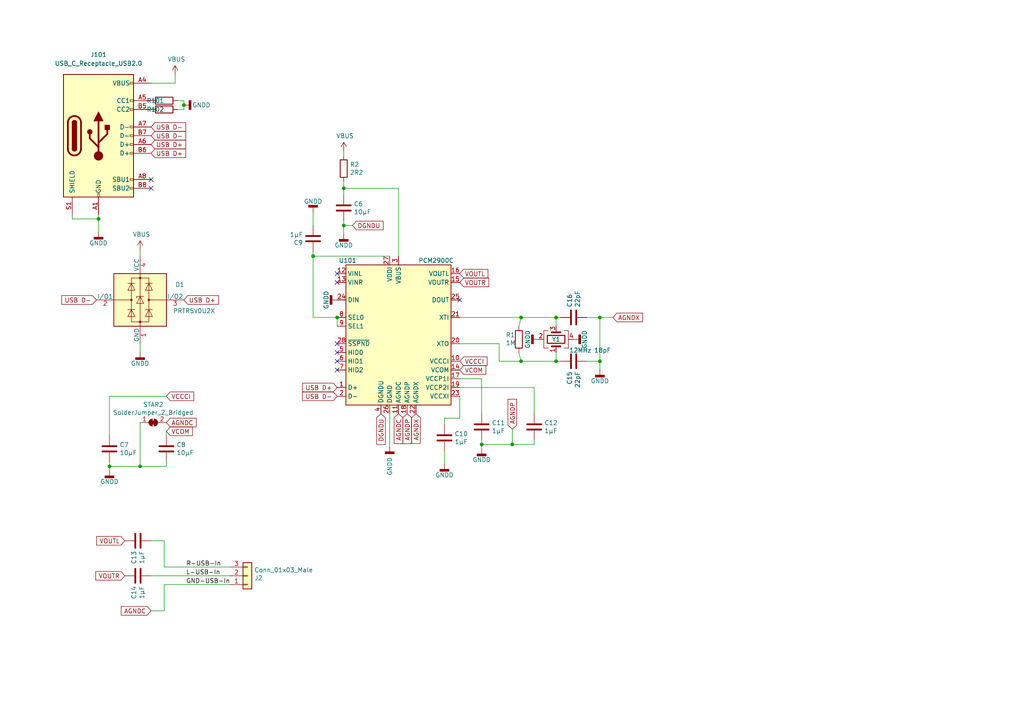
<source format=kicad_sch>
(kicad_sch (version 20211123) (generator eeschema)
  (paper "A4")
  (lib_symbols
    (symbol "Audio:PCM2902"
      (property "Reference" "U" (at -14.732 21.59 0))
      (property "Value" "PCM2902" (at 10.922 21.59 0))
      (symbol "PCM2902_0_1"
        (rectangle (start -15.24 20.32) (end 15.24 -20.32) (stroke (width 0.254)) (fill (type background)))
      )
      (symbol "PCM2902_1_1"
        (pin bidirectional line (at -17.78 -15.24 0) (length 2.54) (name "D+") (number "1"))
        (pin passive line (at 17.78 -7.62 180) (length 2.54) (name "VCCCI") (number "10"))
        (pin power_in line (at 0 -22.86 90) (length 2.54) (name "AGNDC") (number "11"))
        (pin input line (at -17.78 17.78 0) (length 2.54) (name "VINL") (number "12"))
        (pin input line (at -17.78 15.24 0) (length 2.54) (name "VINR") (number "13"))
        (pin passive line (at 17.78 -10.16 180) (length 2.54) (name "VCOM") (number "14"))
        (pin output line (at 17.78 15.24 180) (length 2.54) (name "VOUTR") (number "15"))
        (pin output line (at 17.78 17.78 180) (length 2.54) (name "VOUTL") (number "16"))
        (pin passive line (at 17.78 -12.7 180) (length 2.54) (name "VCCP1I") (number "17"))
        (pin power_in line (at 2.54 -22.86 90) (length 2.54) (name "AGNDP") (number "18"))
        (pin passive line (at 17.78 -15.24 180) (length 2.54) (name "VCCP2I") (number "19"))
        (pin bidirectional line (at -17.78 -17.78 0) (length 2.54) (name "D-") (number "2"))
        (pin output line (at 17.78 -2.54 180) (length 2.54) (name "XTO") (number "20"))
        (pin input line (at 17.78 5.08 180) (length 2.54) (name "XTI") (number "21"))
        (pin power_in line (at 5.08 -22.86 90) (length 2.54) (name "AGNDX") (number "22"))
        (pin passive line (at 17.78 -17.78 180) (length 2.54) (name "VCCXI") (number "23"))
        (pin input line (at -17.78 10.16 0) (length 2.54) (name "DIN") (number "24"))
        (pin output line (at 17.78 10.16 180) (length 2.54) (name "DOUT") (number "25"))
        (pin power_in line (at -2.54 -22.86 90) (length 2.54) (name "DGND") (number "26"))
        (pin power_out line (at -2.54 22.86 270) (length 2.54) (name "VDDI") (number "27"))
        (pin output line (at -17.78 -2.54 0) (length 2.54) (name "~{SSPND}") (number "28"))
        (pin power_in line (at 0 22.86 270) (length 2.54) (name "VBUS") (number "3"))
        (pin power_in line (at -5.08 -22.86 90) (length 2.54) (name "DGNDU") (number "4"))
        (pin input line (at -17.78 -5.08 0) (length 2.54) (name "HID0") (number "5"))
        (pin input line (at -17.78 -7.62 0) (length 2.54) (name "HID1") (number "6"))
        (pin input line (at -17.78 -10.16 0) (length 2.54) (name "HID2") (number "7"))
        (pin input line (at -17.78 5.08 0) (length 2.54) (name "SEL0") (number "8"))
        (pin input line (at -17.78 2.54 0) (length 2.54) (name "SEL1") (number "9"))
      )
    )
    (symbol "Connector:USB_C_Receptacle_USB2.0" (pin_names (offset 1.016))
      (property "Reference" "J" (at -10.16 19.05 0))
      (property "Value" "USB_C_Receptacle_USB2.0" (at 19.05 19.05 0))
      (symbol "USB_C_Receptacle_USB2.0_0_0"
        (rectangle (start -0.254 -17.78) (end 0.254 -16.764))
        (rectangle (start 10.16 -14.986) (end 9.144 -15.494))
        (rectangle (start 10.16 -12.446) (end 9.144 -12.954))
        (rectangle (start 10.16 -4.826) (end 9.144 -5.334))
        (rectangle (start 10.16 -2.286) (end 9.144 -2.794))
        (rectangle (start 10.16 0.254) (end 9.144 -0.254))
        (rectangle (start 10.16 2.794) (end 9.144 2.286))
        (rectangle (start 10.16 7.874) (end 9.144 7.366))
        (rectangle (start 10.16 10.414) (end 9.144 9.906))
        (rectangle (start 10.16 15.494) (end 9.144 14.986))
      )
      (symbol "USB_C_Receptacle_USB2.0_0_1"
        (rectangle (start -10.16 17.78) (end 10.16 -17.78) (stroke (width 0.254)) (fill (type background)))
        (arc (start -8.89 -3.81) (mid -6.985 -5.715) (end -5.08 -3.81) (stroke (width 0.508)))
        (arc (start -7.62 -3.81) (mid -6.985 -4.445) (end -6.35 -3.81) (stroke (width 0.254)))
        (arc (start -7.62 -3.81) (mid -6.985 -4.445) (end -6.35 -3.81) (stroke (width 0.254)) (fill (type outline)))
        (rectangle (start -7.62 -3.81) (end -6.35 3.81) (stroke (width 0.254)) (fill (type outline)))
        (arc (start -6.35 3.81) (mid -6.985 4.445) (end -7.62 3.81) (stroke (width 0.254)))
        (arc (start -6.35 3.81) (mid -6.985 4.445) (end -7.62 3.81) (stroke (width 0.254)) (fill (type outline)))
        (arc (start -5.08 3.81) (mid -6.985 5.715) (end -8.89 3.81) (stroke (width 0.508)))
        (circle (center -2.54 1.143) (radius 0.635) (stroke (width 0.254)) (fill (type outline)))
        (circle (center 0 -5.842) (radius 1.27) (fill (type outline)))
        (polyline (pts (xy -8.89 -3.81) (xy -8.89 3.81)) (stroke (width 0.508)))
        (polyline (pts (xy -5.08 3.81) (xy -5.08 -3.81)) (stroke (width 0.508)))
        (polyline (pts (xy 0 -5.842) (xy 0 4.318)) (stroke (width 0.508)))
        (polyline (pts (xy 0 -3.302) (xy -2.54 -0.762) (xy -2.54 0.508)) (stroke (width 0.508)))
        (polyline (pts (xy 0 -2.032) (xy 2.54 0.508) (xy 2.54 1.778)) (stroke (width 0.508)))
        (polyline (pts (xy -1.27 4.318) (xy 0 6.858) (xy 1.27 4.318) (xy -1.27 4.318)) (stroke (width 0.254)) (fill (type outline)))
        (rectangle (start 1.905 1.778) (end 3.175 3.048) (stroke (width 0.254)) (fill (type outline)))
      )
      (symbol "USB_C_Receptacle_USB2.0_1_1"
        (pin passive line (at 0 -22.86 90) (length 5.08) (name "GND") (number "A1"))
        (pin passive line (at 0 -22.86 90) (length 5.08) hide (name "GND") (number "A12"))
        (pin passive line (at 15.24 15.24 180) (length 5.08) (name "VBUS") (number "A4"))
        (pin bidirectional line (at 15.24 10.16 180) (length 5.08) (name "CC1") (number "A5"))
        (pin bidirectional line (at 15.24 -2.54 180) (length 5.08) (name "D+") (number "A6"))
        (pin bidirectional line (at 15.24 2.54 180) (length 5.08) (name "D-") (number "A7"))
        (pin bidirectional line (at 15.24 -12.7 180) (length 5.08) (name "SBU1") (number "A8"))
        (pin passive line (at 15.24 15.24 180) (length 5.08) hide (name "VBUS") (number "A9"))
        (pin passive line (at 0 -22.86 90) (length 5.08) hide (name "GND") (number "B1"))
        (pin passive line (at 0 -22.86 90) (length 5.08) hide (name "GND") (number "B12"))
        (pin passive line (at 15.24 15.24 180) (length 5.08) hide (name "VBUS") (number "B4"))
        (pin bidirectional line (at 15.24 7.62 180) (length 5.08) (name "CC2") (number "B5"))
        (pin bidirectional line (at 15.24 -5.08 180) (length 5.08) (name "D+") (number "B6"))
        (pin bidirectional line (at 15.24 0 180) (length 5.08) (name "D-") (number "B7"))
        (pin bidirectional line (at 15.24 -15.24 180) (length 5.08) (name "SBU2") (number "B8"))
        (pin passive line (at 15.24 15.24 180) (length 5.08) hide (name "VBUS") (number "B9"))
        (pin passive line (at -7.62 -22.86 90) (length 5.08) (name "SHIELD") (number "S1"))
      )
    )
    (symbol "Connector_Generic:Conn_01x03" (pin_names (offset 1.016) hide)
      (property "Reference" "J" (at 0 5.08 0))
      (property "Value" "Conn_01x03" (at 0 -5.08 0))
      (symbol "Conn_01x03_1_1"
        (rectangle (start -1.27 -2.413) (end 0 -2.667) (stroke (width 0.1524)))
        (rectangle (start -1.27 0.127) (end 0 -0.127) (stroke (width 0.1524)))
        (rectangle (start -1.27 2.667) (end 0 2.413) (stroke (width 0.1524)))
        (rectangle (start -1.27 3.81) (end 1.27 -3.81) (stroke (width 0.254)) (fill (type background)))
        (pin passive line (at -5.08 2.54 0) (length 3.81) (name "Pin_1") (number "1"))
        (pin passive line (at -5.08 0 0) (length 3.81) (name "Pin_2") (number "2"))
        (pin passive line (at -5.08 -2.54 0) (length 3.81) (name "Pin_3") (number "3"))
      )
    )
    (symbol "Device:C" (pin_numbers hide) (pin_names (offset 0.254))
      (property "Reference" "C" (at 0.635 2.54 0))
      (property "Value" "C" (at 0.635 -2.54 0))
      (symbol "C_0_1"
        (polyline (pts (xy -2.032 -0.762) (xy 2.032 -0.762)) (stroke (width 0.508)))
        (polyline (pts (xy -2.032 0.762) (xy 2.032 0.762)) (stroke (width 0.508)))
      )
      (symbol "C_1_1"
        (pin passive line (at 0 3.81 270) (length 2.794) (name "~") (number "1"))
        (pin passive line (at 0 -3.81 90) (length 2.794) (name "~") (number "2"))
      )
    )
    (symbol "Device:Crystal_GND24" (pin_names (offset 1.016) hide)
      (property "Reference" "Y" (at 3.175 5.08 0))
      (property "Value" "Crystal_GND24" (at 3.175 3.175 0))
      (symbol "Crystal_GND24_0_1"
        (rectangle (start -1.143 2.54) (end 1.143 -2.54) (stroke (width 0.3048)))
        (polyline (pts (xy -2.54 0) (xy -2.032 0)))
        (polyline (pts (xy -2.032 -1.27) (xy -2.032 1.27)) (stroke (width 0.508)))
        (polyline (pts (xy 0 -3.81) (xy 0 -3.556)))
        (polyline (pts (xy 0 3.556) (xy 0 3.81)))
        (polyline (pts (xy 2.032 -1.27) (xy 2.032 1.27)) (stroke (width 0.508)))
        (polyline (pts (xy 2.032 0) (xy 2.54 0)))
        (polyline (pts (xy -2.54 -2.286) (xy -2.54 -3.556) (xy 2.54 -3.556) (xy 2.54 -2.286)))
        (polyline (pts (xy -2.54 2.286) (xy -2.54 3.556) (xy 2.54 3.556) (xy 2.54 2.286)))
      )
      (symbol "Crystal_GND24_1_1"
        (pin passive line (at -3.81 0 0) (length 1.27) (name "1") (number "1"))
        (pin passive line (at 0 5.08 270) (length 1.27) (name "2") (number "2"))
        (pin passive line (at 3.81 0 180) (length 1.27) (name "3") (number "3"))
        (pin passive line (at 0 -5.08 90) (length 1.27) (name "4") (number "4"))
      )
    )
    (symbol "Device:R" (pin_numbers hide) (pin_names (offset 0))
      (property "Reference" "R" (at 2.032 0 90))
      (property "Value" "R" (at 0 0 90))
      (symbol "R_0_1"
        (rectangle (start -1.016 -2.54) (end 1.016 2.54) (stroke (width 0.254)))
      )
      (symbol "R_1_1"
        (pin passive line (at 0 3.81 270) (length 1.27) (name "~") (number "1"))
        (pin passive line (at 0 -3.81 90) (length 1.27) (name "~") (number "2"))
      )
    )
    (symbol "Jumper:SolderJumper_2_Bridged" (pin_names (offset 0) hide)
      (property "Reference" "JP" (at 0 2.032 0))
      (property "Value" "SolderJumper_2_Bridged" (at 0 -2.54 0))
      (symbol "SolderJumper_2_Bridged_0_1"
        (rectangle (start -0.508 0.508) (end 0.508 -0.508) (fill (type outline)))
        (arc (start -0.254 1.016) (mid -1.27 0) (end -0.254 -1.016))
        (arc (start -0.254 1.016) (mid -1.27 0) (end -0.254 -1.016) (fill (type outline)))
        (polyline (pts (xy -0.254 1.016) (xy -0.254 -1.016)))
        (polyline (pts (xy 0.254 1.016) (xy 0.254 -1.016)))
        (arc (start 0.254 -1.016) (mid 1.27 0) (end 0.254 1.016))
        (arc (start 0.254 -1.016) (mid 1.27 0) (end 0.254 1.016) (fill (type outline)))
      )
      (symbol "SolderJumper_2_Bridged_1_1"
        (pin passive line (at -3.81 0 0) (length 2.54) (name "A") (number "1"))
        (pin passive line (at 3.81 0 180) (length 2.54) (name "B") (number "2"))
      )
    )
    (symbol "Power_Protection:PRTR5V0U2X" (pin_names (offset 0))
      (property "Reference" "D" (at 2.794 8.636 0))
      (property "Value" "PRTR5V0U2X" (at 8.128 -9.398 0))
      (symbol "PRTR5V0U2X_0_1"
        (rectangle (start -7.62 -7.62) (end 7.62 7.62) (stroke (width 0.254)) (fill (type background)))
        (circle (center -2.54 0) (radius 0.254) (fill (type outline)))
        (rectangle (start -2.54 6.35) (end 2.54 -6.35))
        (circle (center 0 -6.35) (radius 0.254) (fill (type outline)))
        (polyline (pts (xy -2.54 0) (xy -7.62 0)))
        (polyline (pts (xy -1.524 -2.794) (xy -3.556 -2.794)))
        (polyline (pts (xy -1.524 4.826) (xy -3.556 4.826)))
        (polyline (pts (xy 0 -7.62) (xy 0 7.62)))
        (polyline (pts (xy 1.524 -2.794) (xy 3.556 -2.794)))
        (polyline (pts (xy 1.524 4.826) (xy 3.556 4.826)))
        (polyline (pts (xy 2.54 0) (xy 7.62 0)))
        (polyline (pts (xy 1.016 1.016) (xy -1.016 1.016) (xy -1.016 0.508)))
        (polyline (pts (xy -3.556 -4.826) (xy -1.524 -4.826) (xy -2.54 -2.794) (xy -3.556 -4.826)))
        (polyline (pts (xy -3.556 2.794) (xy -1.524 2.794) (xy -2.54 4.826) (xy -3.556 2.794)))
        (polyline (pts (xy -1.016 -1.016) (xy 1.016 -1.016) (xy 0 1.016) (xy -1.016 -1.016)))
        (polyline (pts (xy 3.556 -4.826) (xy 1.524 -4.826) (xy 2.54 -2.794) (xy 3.556 -4.826)))
        (polyline (pts (xy 3.556 2.794) (xy 1.524 2.794) (xy 2.54 4.826) (xy 3.556 2.794)))
        (circle (center 0 6.35) (radius 0.254) (fill (type outline)))
        (circle (center 2.54 0) (radius 0.254) (fill (type outline)))
      )
      (symbol "PRTR5V0U2X_1_1"
        (pin passive line (at 0 -12.7 90) (length 5.08) (name "GND") (number "1"))
        (pin passive line (at -12.7 0 0) (length 5.08) (name "I/O1") (number "2"))
        (pin passive line (at 12.7 0 180) (length 5.08) (name "I/O2") (number "3"))
        (pin passive line (at 0 12.7 270) (length 5.08) (name "VCC") (number "4"))
      )
    )
    (symbol "power:GNDD" (power) (pin_names (offset 0))
      (property "Value" "GNDD" (at 0 -3.175 0))
      (symbol "GNDD_0_1"
        (rectangle (start -1.27 -1.524) (end 1.27 -2.032) (stroke (width 0.254)) (fill (type outline)))
        (polyline (pts (xy 0 0) (xy 0 -1.524)))
      )
      (symbol "GNDD_1_1"
        (pin power_in line (at 0 0 270) (length 0) hide (name "GNDD") (number "1"))
      )
    )
    (symbol "power:VBUS" (power) (pin_names (offset 0))
      (property "Value" "VBUS" (at 0 3.81 0))
      (symbol "VBUS_0_1"
        (polyline (pts (xy -0.762 1.27) (xy 0 2.54)))
        (polyline (pts (xy 0 0) (xy 0 2.54)))
        (polyline (pts (xy 0 2.54) (xy 0.762 1.27)))
      )
      (symbol "VBUS_1_1"
        (pin power_in line (at 0 0 90) (length 0) hide (name "VBUS") (number "1"))
      )
    )
  )
  (junction (at 173.99 104.775))
  (junction (at 28.575 63.5))
  (junction (at 151.13 92.075))
  (junction (at 161.29 104.775))
  (junction (at 99.695 54.61))
  (junction (at 173.99 92.075))
  (junction (at 139.7 128.905))
  (junction (at 31.75 135.255))
  (junction (at 99.695 65.405))
  (junction (at 161.29 92.075))
  (junction (at 151.13 104.775))
  (junction (at 97.79 92.075))
  (junction (at 40.64 135.255))
  (junction (at 148.59 128.905))
  (junction (at 53.34 30.48))
  (junction (at 90.805 74.295))
  (no_connect (at 97.79 102.235))
  (no_connect (at 97.79 104.775))
  (no_connect (at 97.79 107.315))
  (no_connect (at 133.35 86.995))
  (no_connect (at 43.815 52.07))
  (no_connect (at 43.815 54.61))
  (no_connect (at 97.79 81.915))
  (no_connect (at 97.79 79.375))
  (no_connect (at 97.79 99.695))
  (wire (pts (xy 90.805 65.405) (xy 90.805 61.595)))
  (wire (pts (xy 28.575 62.23) (xy 28.575 63.5)))
  (wire (pts (xy 51.435 31.75) (xy 53.34 31.75)))
  (wire (pts (xy 113.03 129.54) (xy 113.03 120.015)))
  (wire (pts (xy 40.64 72.39) (xy 40.64 74.295)))
  (wire (pts (xy 31.75 135.255) (xy 40.64 135.255)))
  (wire (pts (xy 48.26 135.255) (xy 48.26 133.985)))
  (wire (pts (xy 40.64 99.695) (xy 40.64 102.235)))
  (wire (pts (xy 31.75 114.935) (xy 48.26 114.935)))
  (wire (pts (xy 139.7 127.635) (xy 139.7 128.905)))
  (wire (pts (xy 99.695 43.815) (xy 99.695 45.085)))
  (wire (pts (xy 150.495 102.235) (xy 151.13 104.775)))
  (wire (pts (xy 20.955 63.5) (xy 20.955 62.23)))
  (wire (pts (xy 144.78 104.775) (xy 151.13 104.775)))
  (wire (pts (xy 139.7 128.905) (xy 148.59 128.905)))
  (wire (pts (xy 173.99 104.775) (xy 173.99 107.315)))
  (wire (pts (xy 40.64 135.255) (xy 48.26 135.255)))
  (wire (pts (xy 40.64 122.555) (xy 40.64 135.255)))
  (wire (pts (xy 161.29 92.075) (xy 162.56 92.075)))
  (wire (pts (xy 53.34 29.21) (xy 51.435 29.21)))
  (wire (pts (xy 43.815 177.165) (xy 47.625 177.165)))
  (wire (pts (xy 31.75 135.255) (xy 31.75 136.525)))
  (wire (pts (xy 99.695 54.61) (xy 99.695 56.515)))
  (wire (pts (xy 154.94 127.635) (xy 154.94 128.905)))
  (wire (pts (xy 48.26 125.095) (xy 48.26 126.365)))
  (wire (pts (xy 28.575 63.5) (xy 28.575 67.31)))
  (wire (pts (xy 150.495 94.615) (xy 151.13 92.075)))
  (wire (pts (xy 31.75 126.365) (xy 31.75 114.935)))
  (wire (pts (xy 148.59 128.905) (xy 154.94 128.905)))
  (wire (pts (xy 128.905 123.19) (xy 128.905 121.285)))
  (wire (pts (xy 139.7 109.855) (xy 133.35 109.855)))
  (wire (pts (xy 133.35 92.075) (xy 151.13 92.075)))
  (wire (pts (xy 115.57 54.61) (xy 115.57 74.295)))
  (wire (pts (xy 133.35 99.695) (xy 144.78 99.695)))
  (wire (pts (xy 43.815 156.845) (xy 47.625 156.845)))
  (wire (pts (xy 53.34 30.48) (xy 53.34 29.21)))
  (wire (pts (xy 128.905 130.81) (xy 128.905 134.62)))
  (wire (pts (xy 99.695 65.405) (xy 102.235 65.405)))
  (wire (pts (xy 53.34 31.75) (xy 53.34 30.48)))
  (wire (pts (xy 47.625 169.545) (xy 47.625 177.165)))
  (wire (pts (xy 43.815 167.005) (xy 66.675 167.005)))
  (wire (pts (xy 47.625 164.465) (xy 66.675 164.465)))
  (wire (pts (xy 97.79 94.615) (xy 97.79 92.075)))
  (wire (pts (xy 161.29 104.775) (xy 162.56 104.775)))
  (wire (pts (xy 99.695 54.61) (xy 115.57 54.61)))
  (wire (pts (xy 128.905 121.285) (xy 133.35 121.285)))
  (wire (pts (xy 47.625 169.545) (xy 66.675 169.545)))
  (wire (pts (xy 161.29 104.775) (xy 161.29 102.235)))
  (wire (pts (xy 99.695 64.135) (xy 99.695 65.405)))
  (wire (pts (xy 90.805 74.295) (xy 113.03 74.295)))
  (wire (pts (xy 28.575 63.5) (xy 20.955 63.5)))
  (wire (pts (xy 90.805 92.075) (xy 90.805 74.295)))
  (wire (pts (xy 148.59 124.46) (xy 148.59 128.905)))
  (wire (pts (xy 133.35 112.395) (xy 154.94 112.395)))
  (wire (pts (xy 43.815 24.13) (xy 50.8 24.13)))
  (wire (pts (xy 50.8 24.13) (xy 50.8 21.59)))
  (wire (pts (xy 139.7 109.855) (xy 139.7 120.015)))
  (wire (pts (xy 90.805 74.295) (xy 90.805 73.025)))
  (wire (pts (xy 151.13 92.075) (xy 161.29 92.075)))
  (wire (pts (xy 144.78 99.695) (xy 144.78 104.775)))
  (wire (pts (xy 170.18 104.775) (xy 173.99 104.775)))
  (wire (pts (xy 133.35 121.285) (xy 133.35 114.935)))
  (wire (pts (xy 170.18 92.075) (xy 173.99 92.075)))
  (wire (pts (xy 173.99 92.075) (xy 177.8 92.075)))
  (wire (pts (xy 31.75 133.985) (xy 31.75 135.255)))
  (wire (pts (xy 99.695 65.405) (xy 99.695 67.945)))
  (wire (pts (xy 90.805 92.075) (xy 97.79 92.075)))
  (wire (pts (xy 154.94 112.395) (xy 154.94 120.015)))
  (wire (pts (xy 151.13 104.775) (xy 161.29 104.775)))
  (wire (pts (xy 139.7 128.905) (xy 139.7 130.175)))
  (wire (pts (xy 161.29 92.075) (xy 161.29 94.615)))
  (wire (pts (xy 173.99 92.075) (xy 173.99 104.775)))
  (wire (pts (xy 47.625 156.845) (xy 47.625 164.465)))
  (wire (pts (xy 99.695 52.705) (xy 99.695 54.61)))
  (label "GND-USB-In" (at 53.975 169.545 0))
  (label "L-USB-In" (at 53.975 167.005 0))
  (label "R-USB-In" (at 53.975 164.465 0))
  (global_label "USB D+" (shape input) (at 53.34 86.995 0) (property "Intersheet References" "${INTERSHEET_REFS}" (effects hide)))
  (global_label "USB D-" (shape input) (at 43.815 36.83 0) (property "Intersheet References" "${INTERSHEET_REFS}" (effects hide)))
  (global_label "AGNDC" (shape input) (at 48.26 122.555 0) (property "Intersheet References" "${INTERSHEET_REFS}" (effects hide)))
  (global_label "VCCCI" (shape input) (at 133.35 104.775 0) (property "Intersheet References" "${INTERSHEET_REFS}" (effects hide)))
  (global_label "USB D-" (shape input) (at 97.79 114.935 180) (property "Intersheet References" "${INTERSHEET_REFS}" (effects hide)))
  (global_label "DGNDU" (shape input) (at 102.235 65.405 0) (property "Intersheet References" "${INTERSHEET_REFS}" (effects hide)))
  (global_label "VOUTL" (shape input) (at 133.35 79.375 0) (property "Intersheet References" "${INTERSHEET_REFS}" (effects hide)))
  (global_label "AGNDC" (shape input) (at 43.815 177.165 180) (property "Intersheet References" "${INTERSHEET_REFS}" (effects hide)))
  (global_label "AGNDP" (shape input) (at 118.11 120.015 270) (property "Intersheet References" "${INTERSHEET_REFS}" (effects hide)))
  (global_label "USB D-" (shape input) (at 27.94 86.995 180) (property "Intersheet References" "${INTERSHEET_REFS}" (effects hide)))
  (global_label "VCOM" (shape input) (at 133.35 107.315 0) (property "Intersheet References" "${INTERSHEET_REFS}" (effects hide)))
  (global_label "VOUTL" (shape input) (at 36.195 156.845 180) (property "Intersheet References" "${INTERSHEET_REFS}" (effects hide)))
  (global_label "AGNDC" (shape input) (at 115.57 120.015 270) (property "Intersheet References" "${INTERSHEET_REFS}" (effects hide)))
  (global_label "VCCCI" (shape input) (at 48.26 114.935 0) (property "Intersheet References" "${INTERSHEET_REFS}" (effects hide)))
  (global_label "VOUTR" (shape input) (at 133.35 81.915 0) (property "Intersheet References" "${INTERSHEET_REFS}" (effects hide)))
  (global_label "AGNDX" (shape input) (at 120.65 120.015 270) (property "Intersheet References" "${INTERSHEET_REFS}" (effects hide)))
  (global_label "USB D-" (shape input) (at 43.815 39.37 0) (property "Intersheet References" "${INTERSHEET_REFS}" (effects hide)))
  (global_label "AGNDP" (shape input) (at 148.59 124.46 90) (property "Intersheet References" "${INTERSHEET_REFS}" (effects hide)))
  (global_label "VCOM" (shape input) (at 48.26 125.095 0) (property "Intersheet References" "${INTERSHEET_REFS}" (effects hide)))
  (global_label "USB D+" (shape input) (at 43.815 41.91 0) (property "Intersheet References" "${INTERSHEET_REFS}" (effects hide)))
  (global_label "DGNDU" (shape input) (at 110.49 120.015 270) (property "Intersheet References" "${INTERSHEET_REFS}" (effects hide)))
  (global_label "USB D+" (shape input) (at 43.815 44.45 0) (property "Intersheet References" "${INTERSHEET_REFS}" (effects hide)))
  (global_label "USB D+" (shape input) (at 97.79 112.395 180) (property "Intersheet References" "${INTERSHEET_REFS}" (effects hide)))
  (global_label "VOUTR" (shape input) (at 36.195 167.005 180) (property "Intersheet References" "${INTERSHEET_REFS}" (effects hide)))
  (global_label "AGNDX" (shape input) (at 177.8 92.075 0) (property "Intersheet References" "${INTERSHEET_REFS}" (effects hide)))
  (symbol (lib_id "Power_Protection:PRTR5V0U2X") (at 40.64 86.995 0) (unit 1)
    (property "Reference" "D1" (at 50.8 82.55 0) (effects (justify left)))
    (property "Value" "PRTR5V0U2X" (at 50.165 90.17 0) (effects (justify left)))
    (property "Footprint" "Package_TO_SOT_SMD:SOT-143" (effects hide))
    (property "Datasheet" "https://assets.nexperia.com/documents/data-sheet/PRTR5V0U2X.pdf" (effects hide))
  )
  (symbol (lib_id "power:GNDD") (at 28.575 67.31 0) (unit 1)
    (property "Reference" "#PWR0107" (effects hide))
    (property "Value" "GNDD" (at 28.575 70.485 0))
  )
  (symbol (lib_id "power:GNDD") (at 40.64 102.235 0) (unit 1)
    (property "Reference" "#PWR0105" (effects hide))
    (property "Value" "GNDD" (at 40.64 105.41 0))
  )
  (symbol (lib_id "power:VBUS") (at 40.64 72.39 0) (unit 1)
    (property "Reference" "#PWR0123" (effects hide))
    (property "Value" "VBUS" (at 41.021 67.9958 0))
  )
  (symbol (lib_id "Audio:PCM2902") (at 115.57 97.155 0) (unit 1)
    (property "Reference" "U101" (at 100.838 75.565 0))
    (property "Value" "PCM2900C" (at 126.492 75.565 0))
    (property "Footprint" "Package_SO:SSOP-28_5.3x10.2mm_P0.65mm" (effects hide))
    (property "Datasheet" "http://www.ti.com/lit/ds/symlink/pcm2902c.pdf" (effects hide))
  )
  (symbol (lib_id "Device:C") (at 99.695 60.325 0) (unit 1)
    (property "Reference" "C6" (at 102.616 59.1566 0) (effects (justify left)))
    (property "Value" "10µF" (at 102.616 61.468 0) (effects (justify left)))
    (property "Footprint" "Capacitor_SMD:C_0805_2012Metric" (effects hide))
  )
  (symbol (lib_id "power:GNDD") (at 99.695 67.945 0) (unit 1)
    (property "Reference" "#PWR0103" (effects hide))
    (property "Value" "GNDD" (at 99.695 71.12 0))
  )
  (symbol (lib_id "power:VBUS") (at 99.695 43.815 0) (unit 1)
    (property "Reference" "#PWR0130" (effects hide))
    (property "Value" "VBUS" (at 100.076 39.4208 0))
  )
  (symbol (lib_id "Device:C") (at 48.26 130.175 0) (unit 1)
    (property "Reference" "C8" (at 51.181 129.0066 0) (effects (justify left)))
    (property "Value" "10µF" (at 51.181 131.318 0) (effects (justify left)))
    (property "Footprint" "Capacitor_SMD:C_0805_2012Metric" (effects hide))
  )
  (symbol (lib_id "Device:C") (at 31.75 130.175 0) (unit 1)
    (property "Reference" "C7" (at 34.671 129.0066 0) (effects (justify left)))
    (property "Value" "10µF" (at 34.671 131.318 0) (effects (justify left)))
    (property "Footprint" "Capacitor_SMD:C_0805_2012Metric" (effects hide))
  )
  (symbol (lib_id "power:GNDD") (at 31.75 136.525 0) (unit 1)
    (property "Reference" "#PWR0102" (effects hide))
    (property "Value" "GNDD" (at 31.75 139.7 0))
  )
  (symbol (lib_id "Device:C") (at 90.805 69.215 180) (unit 1)
    (property "Reference" "C9" (at 87.884 70.3834 0) (effects (justify left)))
    (property "Value" "1µF" (at 87.884 68.072 0) (effects (justify left)))
    (property "Footprint" "Capacitor_SMD:C_0805_2012Metric" (effects hide))
  )
  (symbol (lib_id "power:GNDD") (at 90.805 61.595 180) (unit 1)
    (property "Reference" "#PWR0104" (effects hide))
    (property "Value" "GNDD" (at 90.805 58.42 0))
  )
  (symbol (lib_id "Device:C") (at 128.905 127 0) (unit 1)
    (property "Reference" "C10" (at 131.826 125.8316 0) (effects (justify left)))
    (property "Value" "1µF" (at 131.826 128.143 0) (effects (justify left)))
    (property "Footprint" "Capacitor_SMD:C_0805_2012Metric" (effects hide))
  )
  (symbol (lib_id "Device:C") (at 154.94 123.825 0) (unit 1)
    (property "Reference" "C12" (at 157.861 122.6566 0) (effects (justify left)))
    (property "Value" "1µF" (at 157.861 124.968 0) (effects (justify left)))
    (property "Footprint" "Capacitor_SMD:C_0805_2012Metric" (effects hide))
  )
  (symbol (lib_id "Device:C") (at 139.7 123.825 0) (unit 1)
    (property "Reference" "C11" (at 142.621 122.6566 0) (effects (justify left)))
    (property "Value" "1µF" (at 142.621 124.968 0) (effects (justify left)))
    (property "Footprint" "Capacitor_SMD:C_0805_2012Metric" (effects hide))
  )
  (symbol (lib_id "power:GNDD") (at 128.905 134.62 0) (unit 1)
    (property "Reference" "#PWR0109" (effects hide))
    (property "Value" "GNDD" (at 128.905 137.795 0))
  )
  (symbol (lib_id "power:GNDD") (at 139.7 130.175 0) (unit 1)
    (property "Reference" "#PWR0108" (effects hide))
    (property "Value" "GNDD" (at 139.7 133.35 0))
  )
  (symbol (lib_id "Device:C") (at 40.005 156.845 90) (mirror x) (unit 1)
    (property "Reference" "C13" (at 38.8366 159.766 0) (effects (justify left)))
    (property "Value" "1µF" (at 41.148 159.766 0) (effects (justify left)))
    (property "Footprint" "Capacitor_SMD:C_0805_2012Metric" (effects hide))
  )
  (symbol (lib_id "Device:C") (at 40.005 167.005 90) (mirror x) (unit 1)
    (property "Reference" "C14" (at 38.8366 169.926 0) (effects (justify left)))
    (property "Value" "1µF" (at 41.148 169.926 0) (effects (justify left)))
    (property "Footprint" "Capacitor_SMD:C_0805_2012Metric" (effects hide))
  )
  (symbol (lib_id "Device:Crystal_GND24") (at 161.29 98.425 90) (unit 1)
    (property "Reference" "Y1" (at 160.02 98.425 90) (effects (justify right)))
    (property "Value" "12MHz 18pF" (at 165.1 101.6 90) (effects (justify right)))
    (property "Footprint" "Crystal:Crystal_SMD_3225-4Pin_3.2x2.5mm" (effects hide))
  )
  (symbol (lib_id "Device:C") (at 166.37 104.775 90) (mirror x) (unit 1)
    (property "Reference" "C15" (at 165.2016 107.696 0) (effects (justify left)))
    (property "Value" "22pF" (at 167.513 107.696 0) (effects (justify left)))
    (property "Footprint" "Capacitor_SMD:C_0805_2012Metric" (effects hide))
  )
  (symbol (lib_id "Device:C") (at 166.37 92.075 90) (unit 1)
    (property "Reference" "C16" (at 165.2016 89.154 0) (effects (justify left)))
    (property "Value" "22pF" (at 167.513 89.154 0) (effects (justify left)))
    (property "Footprint" "Capacitor_SMD:C_0805_2012Metric" (effects hide))
  )
  (symbol (lib_id "power:GNDD") (at 173.99 107.315 0) (unit 1)
    (property "Reference" "#PWR0106" (effects hide))
    (property "Value" "GNDD" (at 173.99 110.49 0))
  )
  (symbol (lib_id "Device:R") (at 150.495 98.425 0) (unit 1)
    (property "Reference" "R1" (at 146.685 97.155 0) (effects (justify left)))
    (property "Value" "1M" (at 146.685 99.4664 0) (effects (justify left)))
    (property "Footprint" "Resistor_SMD:R_0805_2012Metric" (effects hide))
  )
  (symbol (lib_id "Jumper:SolderJumper_2_Bridged") (at 44.45 122.555 0) (unit 1)
    (property "Reference" "STAR2" (at 44.45 117.348 0))
    (property "Value" "SolderJumper_2_Bridged" (at 44.45 119.6594 0))
    (property "Footprint" "Jumper:SolderJumper-2_P1.3mm_Bridged_RoundedPad1.0x1.5mm" (effects hide))
  )
  (symbol (lib_id "Connector_Generic:Conn_01x03") (at 71.755 167.005 0) (mirror x) (unit 1)
    (property "Reference" "J2" (at 76.2 167.64 0) (effects (justify right)))
    (property "Value" "Conn_01x03_Male" (at 90.805 165.3286 0) (effects (justify right)))
    (property "Footprint" "Connector_PinHeader_2.54mm:PinHeader_1x03_P2.54mm_Vertical" (effects hide))
  )
  (symbol (lib_id "Device:R") (at 99.695 48.895 0) (unit 1)
    (property "Reference" "R2" (at 101.473 47.7266 0) (effects (justify left)))
    (property "Value" "2R2" (at 101.473 50.038 0) (effects (justify left)))
    (property "Footprint" "Resistor_SMD:R_0805_2012Metric" (effects hide))
  )
  (symbol (lib_id "Device:R") (at 47.625 31.75 90) (unit 1)
    (property "Reference" "R102" (at 47.625 31.75 90) (effects (justify left)))
    (property "Value" "5.1K 0805" (effects hide))
    (property "Footprint" "Resistor_SMD:R_0805_2012Metric" (effects hide))
  )
  (symbol (lib_id "Device:R") (at 47.625 29.21 90) (unit 1)
    (property "Reference" "R101" (at 47.625 29.21 90) (effects (justify left)))
    (property "Value" "5.1K 0805" (effects hide))
    (property "Footprint" "Resistor_SMD:R_0805_2012Metric" (effects hide))
  )
  (symbol (lib_id "power:GNDD") (at 156.21 98.425 270) (unit 1)
    (property "Reference" "#PWR0114" (effects hide))
    (property "Value" "GNDD" (at 153.035 98.425 0))
  )
  (symbol (lib_id "power:GNDD") (at 53.34 30.48 90) (unit 1)
    (property "Reference" "#PWR0111" (effects hide))
    (property "Value" "GNDD" (at 58.42 30.48 90))
  )
  (symbol (lib_id "Connector:USB_C_Receptacle_USB2.0") (at 28.575 39.37 0) (unit 1)
    (property "Reference" "J101" (at 28.575 15.875 0))
    (property "Value" "USB_C_Receptacle_USB2.0" (at 28.575 18.415 0))
    (property "Footprint" "Connector_USB:USB_C_Receptacle_HRO_TYPE-C-31-M-12" (effects hide))
    (property "Datasheet" "https://www.usb.org/sites/default/files/documents/usb_type-c.zip" (effects hide))
  )
  (symbol (lib_id "power:VBUS") (at 50.8 21.59 0) (unit 1)
    (property "Reference" "#PWR0112" (effects hide))
    (property "Value" "VBUS" (at 51.181 17.1958 0))
  )
  (symbol (lib_id "power:GNDD") (at 166.37 98.425 90) (unit 1)
    (property "Reference" "#PWR0113" (effects hide))
    (property "Value" "GNDD" (at 169.545 98.425 0))
  )
  (symbol (lib_id "power:GNDD") (at 113.03 129.54 0) (unit 1)
    (property "Reference" "#PWR0110" (effects hide))
    (property "Value" "GNDD" (at 113.03 135.255 90))
  )
  (symbol (lib_id "power:GNDD") (at 97.79 86.995 270) (unit 1)
    (property "Reference" "#PWR0101" (effects hide))
    (property "Value" "GNDD" (at 94.615 86.995 0))
  )
)
</source>
